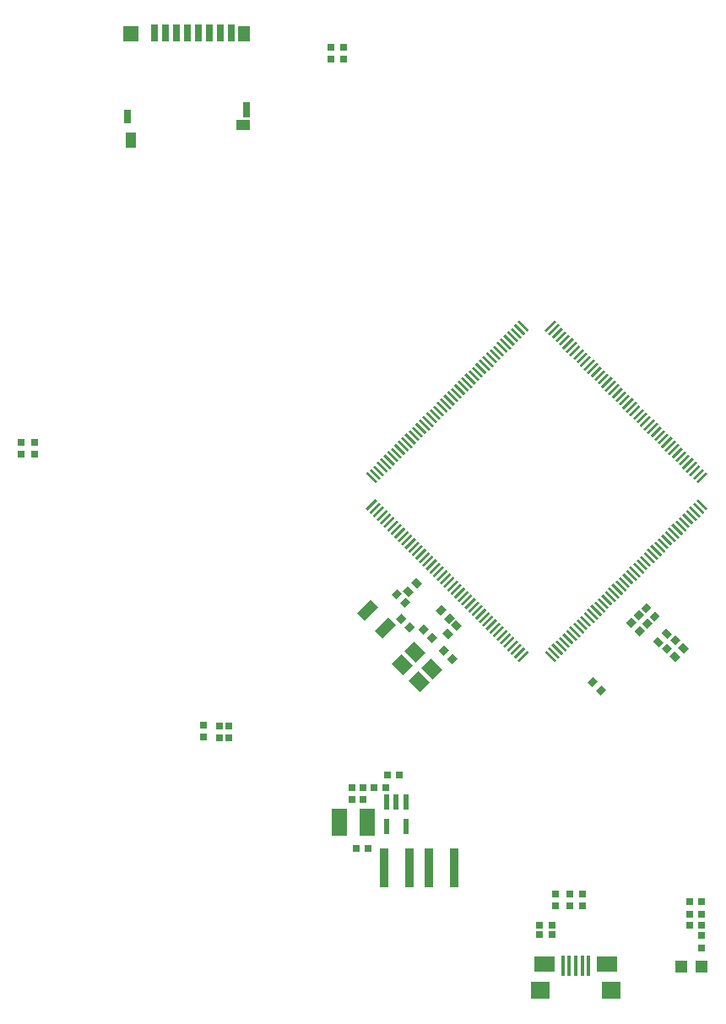
<source format=gbr>
G04 EAGLE Gerber RS-274X export*
G75*
%MOMM*%
%FSLAX34Y34*%
%LPD*%
%INSolderpaste Top*%
%IPPOS*%
%AMOC8*
5,1,8,0,0,1.08239X$1,22.5*%
G01*
%ADD10R,0.800000X0.700000*%
%ADD11R,0.700000X0.800000*%
%ADD12R,0.400000X2.000000*%
%ADD13R,2.100000X1.600000*%
%ADD14R,1.900000X1.800000*%
%ADD15R,1.300000X1.300000*%
%ADD16R,0.609600X1.625600*%
%ADD17R,1.600000X2.700000*%
%ADD18R,0.900000X4.000000*%
%ADD19R,0.254000X1.371600*%
%ADD20R,1.900000X1.100000*%
%ADD21R,1.600000X1.400000*%
%ADD22R,0.700000X1.750000*%
%ADD23R,1.000000X1.550000*%
%ADD24R,1.450000X1.000000*%
%ADD25R,1.500000X1.500000*%
%ADD26R,1.300000X1.500000*%
%ADD27R,0.800000X1.400000*%
%ADD28R,0.800000X1.500000*%


D10*
X624000Y116000D03*
X624000Y104000D03*
X638000Y116000D03*
X638000Y104000D03*
X651000Y116000D03*
X651000Y104000D03*
D11*
X608000Y75000D03*
X620000Y75000D03*
X620000Y85000D03*
X608000Y85000D03*
D12*
X631000Y43750D03*
X637500Y43750D03*
X644000Y43750D03*
X650500Y43750D03*
X657000Y43750D03*
D13*
X613000Y45750D03*
X675000Y45750D03*
D14*
X608750Y19000D03*
X679250Y19000D03*
D11*
X770000Y85000D03*
X758000Y85000D03*
X770000Y108000D03*
X758000Y108000D03*
X770000Y96000D03*
X758000Y96000D03*
D15*
X749500Y43000D03*
X770500Y43000D03*
D10*
X770300Y62100D03*
X770300Y74100D03*
X296100Y284800D03*
X296100Y272800D03*
X286400Y284800D03*
X286400Y272800D03*
X271100Y285000D03*
X271100Y273000D03*
D11*
X467000Y235000D03*
X455000Y235000D03*
D16*
X473500Y208446D03*
X464000Y208446D03*
X454500Y208446D03*
X454500Y183554D03*
X473500Y183554D03*
D10*
X431000Y222500D03*
X431000Y210500D03*
X420000Y222500D03*
X420000Y210500D03*
D11*
X454000Y223000D03*
X442000Y223000D03*
X436000Y162000D03*
X424000Y162000D03*
D17*
X435000Y188000D03*
X407000Y188000D03*
D18*
X477000Y142000D03*
X452000Y142000D03*
X497000Y142000D03*
X522000Y142000D03*
D19*
G36*
X435412Y500644D02*
X433616Y502440D01*
X443314Y512138D01*
X445110Y510342D01*
X435412Y500644D01*
G37*
G36*
X438948Y497108D02*
X437152Y498904D01*
X446850Y508602D01*
X448646Y506806D01*
X438948Y497108D01*
G37*
G36*
X442483Y493573D02*
X440687Y495369D01*
X450385Y505067D01*
X452181Y503271D01*
X442483Y493573D01*
G37*
G36*
X446019Y490037D02*
X444223Y491833D01*
X453921Y501531D01*
X455717Y499735D01*
X446019Y490037D01*
G37*
G36*
X449554Y486502D02*
X447758Y488298D01*
X457456Y497996D01*
X459252Y496200D01*
X449554Y486502D01*
G37*
G36*
X453090Y482966D02*
X451294Y484762D01*
X460992Y494460D01*
X462788Y492664D01*
X453090Y482966D01*
G37*
G36*
X456625Y479431D02*
X454829Y481227D01*
X464527Y490925D01*
X466323Y489129D01*
X456625Y479431D01*
G37*
G36*
X460161Y475895D02*
X458365Y477691D01*
X468063Y487389D01*
X469859Y485593D01*
X460161Y475895D01*
G37*
G36*
X463696Y472360D02*
X461900Y474156D01*
X471598Y483854D01*
X473394Y482058D01*
X463696Y472360D01*
G37*
G36*
X467232Y468824D02*
X465436Y470620D01*
X475134Y480318D01*
X476930Y478522D01*
X467232Y468824D01*
G37*
G36*
X470767Y465289D02*
X468971Y467085D01*
X478669Y476783D01*
X480465Y474987D01*
X470767Y465289D01*
G37*
G36*
X474303Y461753D02*
X472507Y463549D01*
X482205Y473247D01*
X484001Y471451D01*
X474303Y461753D01*
G37*
G36*
X477838Y458218D02*
X476042Y460014D01*
X485740Y469712D01*
X487536Y467916D01*
X477838Y458218D01*
G37*
G36*
X481374Y454682D02*
X479578Y456478D01*
X489276Y466176D01*
X491072Y464380D01*
X481374Y454682D01*
G37*
G36*
X484910Y451147D02*
X483114Y452943D01*
X492812Y462641D01*
X494608Y460845D01*
X484910Y451147D01*
G37*
G36*
X488445Y447611D02*
X486649Y449407D01*
X496347Y459105D01*
X498143Y457309D01*
X488445Y447611D01*
G37*
G36*
X491981Y444075D02*
X490185Y445871D01*
X499883Y455569D01*
X501679Y453773D01*
X491981Y444075D01*
G37*
G36*
X495516Y440540D02*
X493720Y442336D01*
X503418Y452034D01*
X505214Y450238D01*
X495516Y440540D01*
G37*
G36*
X499052Y437004D02*
X497256Y438800D01*
X506954Y448498D01*
X508750Y446702D01*
X499052Y437004D01*
G37*
G36*
X502587Y433469D02*
X500791Y435265D01*
X510489Y444963D01*
X512285Y443167D01*
X502587Y433469D01*
G37*
G36*
X506123Y429933D02*
X504327Y431729D01*
X514025Y441427D01*
X515821Y439631D01*
X506123Y429933D01*
G37*
G36*
X509658Y426398D02*
X507862Y428194D01*
X517560Y437892D01*
X519356Y436096D01*
X509658Y426398D01*
G37*
G36*
X513194Y422862D02*
X511398Y424658D01*
X521096Y434356D01*
X522892Y432560D01*
X513194Y422862D01*
G37*
G36*
X516729Y419327D02*
X514933Y421123D01*
X524631Y430821D01*
X526427Y429025D01*
X516729Y419327D01*
G37*
G36*
X520265Y415791D02*
X518469Y417587D01*
X528167Y427285D01*
X529963Y425489D01*
X520265Y415791D01*
G37*
G36*
X523800Y412256D02*
X522004Y414052D01*
X531702Y423750D01*
X533498Y421954D01*
X523800Y412256D01*
G37*
G36*
X527336Y408720D02*
X525540Y410516D01*
X535238Y420214D01*
X537034Y418418D01*
X527336Y408720D01*
G37*
G36*
X530871Y405185D02*
X529075Y406981D01*
X538773Y416679D01*
X540569Y414883D01*
X530871Y405185D01*
G37*
G36*
X534407Y401649D02*
X532611Y403445D01*
X542309Y413143D01*
X544105Y411347D01*
X534407Y401649D01*
G37*
G36*
X537943Y398114D02*
X536147Y399910D01*
X545845Y409608D01*
X547641Y407812D01*
X537943Y398114D01*
G37*
G36*
X541478Y394578D02*
X539682Y396374D01*
X549380Y406072D01*
X551176Y404276D01*
X541478Y394578D01*
G37*
G36*
X545014Y391042D02*
X543218Y392838D01*
X552916Y402536D01*
X554712Y400740D01*
X545014Y391042D01*
G37*
G36*
X548549Y387507D02*
X546753Y389303D01*
X556451Y399001D01*
X558247Y397205D01*
X548549Y387507D01*
G37*
G36*
X552085Y383971D02*
X550289Y385767D01*
X559987Y395465D01*
X561783Y393669D01*
X552085Y383971D01*
G37*
G36*
X555620Y380436D02*
X553824Y382232D01*
X563522Y391930D01*
X565318Y390134D01*
X555620Y380436D01*
G37*
G36*
X559156Y376900D02*
X557360Y378696D01*
X567058Y388394D01*
X568854Y386598D01*
X559156Y376900D01*
G37*
G36*
X562691Y373365D02*
X560895Y375161D01*
X570593Y384859D01*
X572389Y383063D01*
X562691Y373365D01*
G37*
G36*
X566227Y369829D02*
X564431Y371625D01*
X574129Y381323D01*
X575925Y379527D01*
X566227Y369829D01*
G37*
G36*
X569762Y366294D02*
X567966Y368090D01*
X577664Y377788D01*
X579460Y375992D01*
X569762Y366294D01*
G37*
G36*
X573298Y362758D02*
X571502Y364554D01*
X581200Y374252D01*
X582996Y372456D01*
X573298Y362758D01*
G37*
G36*
X576833Y359223D02*
X575037Y361019D01*
X584735Y370717D01*
X586531Y368921D01*
X576833Y359223D01*
G37*
G36*
X580369Y355687D02*
X578573Y357483D01*
X588271Y367181D01*
X590067Y365385D01*
X580369Y355687D01*
G37*
G36*
X583904Y352152D02*
X582108Y353948D01*
X591806Y363646D01*
X593602Y361850D01*
X583904Y352152D01*
G37*
G36*
X587440Y348616D02*
X585644Y350412D01*
X595342Y360110D01*
X597138Y358314D01*
X587440Y348616D01*
G37*
G36*
X612862Y358314D02*
X614658Y360110D01*
X624356Y350412D01*
X622560Y348616D01*
X612862Y358314D01*
G37*
G36*
X616398Y361850D02*
X618194Y363646D01*
X627892Y353948D01*
X626096Y352152D01*
X616398Y361850D01*
G37*
G36*
X619933Y365385D02*
X621729Y367181D01*
X631427Y357483D01*
X629631Y355687D01*
X619933Y365385D01*
G37*
G36*
X623469Y368921D02*
X625265Y370717D01*
X634963Y361019D01*
X633167Y359223D01*
X623469Y368921D01*
G37*
G36*
X627004Y372456D02*
X628800Y374252D01*
X638498Y364554D01*
X636702Y362758D01*
X627004Y372456D01*
G37*
G36*
X630540Y375992D02*
X632336Y377788D01*
X642034Y368090D01*
X640238Y366294D01*
X630540Y375992D01*
G37*
G36*
X634075Y379527D02*
X635871Y381323D01*
X645569Y371625D01*
X643773Y369829D01*
X634075Y379527D01*
G37*
G36*
X637611Y383063D02*
X639407Y384859D01*
X649105Y375161D01*
X647309Y373365D01*
X637611Y383063D01*
G37*
G36*
X641146Y386598D02*
X642942Y388394D01*
X652640Y378696D01*
X650844Y376900D01*
X641146Y386598D01*
G37*
G36*
X644682Y390134D02*
X646478Y391930D01*
X656176Y382232D01*
X654380Y380436D01*
X644682Y390134D01*
G37*
G36*
X648217Y393669D02*
X650013Y395465D01*
X659711Y385767D01*
X657915Y383971D01*
X648217Y393669D01*
G37*
G36*
X651753Y397205D02*
X653549Y399001D01*
X663247Y389303D01*
X661451Y387507D01*
X651753Y397205D01*
G37*
G36*
X655288Y400740D02*
X657084Y402536D01*
X666782Y392838D01*
X664986Y391042D01*
X655288Y400740D01*
G37*
G36*
X658824Y404276D02*
X660620Y406072D01*
X670318Y396374D01*
X668522Y394578D01*
X658824Y404276D01*
G37*
G36*
X662359Y407812D02*
X664155Y409608D01*
X673853Y399910D01*
X672057Y398114D01*
X662359Y407812D01*
G37*
G36*
X665895Y411347D02*
X667691Y413143D01*
X677389Y403445D01*
X675593Y401649D01*
X665895Y411347D01*
G37*
G36*
X669431Y414883D02*
X671227Y416679D01*
X680925Y406981D01*
X679129Y405185D01*
X669431Y414883D01*
G37*
G36*
X672966Y418418D02*
X674762Y420214D01*
X684460Y410516D01*
X682664Y408720D01*
X672966Y418418D01*
G37*
G36*
X676502Y421954D02*
X678298Y423750D01*
X687996Y414052D01*
X686200Y412256D01*
X676502Y421954D01*
G37*
G36*
X680037Y425489D02*
X681833Y427285D01*
X691531Y417587D01*
X689735Y415791D01*
X680037Y425489D01*
G37*
G36*
X683573Y429025D02*
X685369Y430821D01*
X695067Y421123D01*
X693271Y419327D01*
X683573Y429025D01*
G37*
G36*
X687108Y432560D02*
X688904Y434356D01*
X698602Y424658D01*
X696806Y422862D01*
X687108Y432560D01*
G37*
G36*
X690644Y436096D02*
X692440Y437892D01*
X702138Y428194D01*
X700342Y426398D01*
X690644Y436096D01*
G37*
G36*
X694179Y439631D02*
X695975Y441427D01*
X705673Y431729D01*
X703877Y429933D01*
X694179Y439631D01*
G37*
G36*
X697715Y443167D02*
X699511Y444963D01*
X709209Y435265D01*
X707413Y433469D01*
X697715Y443167D01*
G37*
G36*
X701250Y446702D02*
X703046Y448498D01*
X712744Y438800D01*
X710948Y437004D01*
X701250Y446702D01*
G37*
G36*
X704786Y450238D02*
X706582Y452034D01*
X716280Y442336D01*
X714484Y440540D01*
X704786Y450238D01*
G37*
G36*
X708321Y453773D02*
X710117Y455569D01*
X719815Y445871D01*
X718019Y444075D01*
X708321Y453773D01*
G37*
G36*
X711857Y457309D02*
X713653Y459105D01*
X723351Y449407D01*
X721555Y447611D01*
X711857Y457309D01*
G37*
G36*
X715392Y460845D02*
X717188Y462641D01*
X726886Y452943D01*
X725090Y451147D01*
X715392Y460845D01*
G37*
G36*
X718928Y464380D02*
X720724Y466176D01*
X730422Y456478D01*
X728626Y454682D01*
X718928Y464380D01*
G37*
G36*
X722464Y467916D02*
X724260Y469712D01*
X733958Y460014D01*
X732162Y458218D01*
X722464Y467916D01*
G37*
G36*
X725999Y471451D02*
X727795Y473247D01*
X737493Y463549D01*
X735697Y461753D01*
X725999Y471451D01*
G37*
G36*
X729535Y474987D02*
X731331Y476783D01*
X741029Y467085D01*
X739233Y465289D01*
X729535Y474987D01*
G37*
G36*
X733070Y478522D02*
X734866Y480318D01*
X744564Y470620D01*
X742768Y468824D01*
X733070Y478522D01*
G37*
G36*
X736606Y482058D02*
X738402Y483854D01*
X748100Y474156D01*
X746304Y472360D01*
X736606Y482058D01*
G37*
G36*
X740141Y485593D02*
X741937Y487389D01*
X751635Y477691D01*
X749839Y475895D01*
X740141Y485593D01*
G37*
G36*
X743677Y489129D02*
X745473Y490925D01*
X755171Y481227D01*
X753375Y479431D01*
X743677Y489129D01*
G37*
G36*
X747212Y492664D02*
X749008Y494460D01*
X758706Y484762D01*
X756910Y482966D01*
X747212Y492664D01*
G37*
G36*
X750748Y496200D02*
X752544Y497996D01*
X762242Y488298D01*
X760446Y486502D01*
X750748Y496200D01*
G37*
G36*
X754283Y499735D02*
X756079Y501531D01*
X765777Y491833D01*
X763981Y490037D01*
X754283Y499735D01*
G37*
G36*
X757819Y503271D02*
X759615Y505067D01*
X769313Y495369D01*
X767517Y493573D01*
X757819Y503271D01*
G37*
G36*
X761354Y506806D02*
X763150Y508602D01*
X772848Y498904D01*
X771052Y497108D01*
X761354Y506806D01*
G37*
G36*
X764890Y510342D02*
X766686Y512138D01*
X776384Y502440D01*
X774588Y500644D01*
X764890Y510342D01*
G37*
G36*
X766686Y527862D02*
X764890Y529658D01*
X774588Y539356D01*
X776384Y537560D01*
X766686Y527862D01*
G37*
G36*
X763150Y531398D02*
X761354Y533194D01*
X771052Y542892D01*
X772848Y541096D01*
X763150Y531398D01*
G37*
G36*
X759615Y534933D02*
X757819Y536729D01*
X767517Y546427D01*
X769313Y544631D01*
X759615Y534933D01*
G37*
G36*
X756079Y538469D02*
X754283Y540265D01*
X763981Y549963D01*
X765777Y548167D01*
X756079Y538469D01*
G37*
G36*
X752544Y542004D02*
X750748Y543800D01*
X760446Y553498D01*
X762242Y551702D01*
X752544Y542004D01*
G37*
G36*
X749008Y545540D02*
X747212Y547336D01*
X756910Y557034D01*
X758706Y555238D01*
X749008Y545540D01*
G37*
G36*
X745473Y549075D02*
X743677Y550871D01*
X753375Y560569D01*
X755171Y558773D01*
X745473Y549075D01*
G37*
G36*
X741937Y552611D02*
X740141Y554407D01*
X749839Y564105D01*
X751635Y562309D01*
X741937Y552611D01*
G37*
G36*
X738402Y556146D02*
X736606Y557942D01*
X746304Y567640D01*
X748100Y565844D01*
X738402Y556146D01*
G37*
G36*
X734866Y559682D02*
X733070Y561478D01*
X742768Y571176D01*
X744564Y569380D01*
X734866Y559682D01*
G37*
G36*
X731331Y563217D02*
X729535Y565013D01*
X739233Y574711D01*
X741029Y572915D01*
X731331Y563217D01*
G37*
G36*
X727795Y566753D02*
X725999Y568549D01*
X735697Y578247D01*
X737493Y576451D01*
X727795Y566753D01*
G37*
G36*
X724260Y570288D02*
X722464Y572084D01*
X732162Y581782D01*
X733958Y579986D01*
X724260Y570288D01*
G37*
G36*
X720724Y573824D02*
X718928Y575620D01*
X728626Y585318D01*
X730422Y583522D01*
X720724Y573824D01*
G37*
G36*
X717188Y577359D02*
X715392Y579155D01*
X725090Y588853D01*
X726886Y587057D01*
X717188Y577359D01*
G37*
G36*
X713653Y580895D02*
X711857Y582691D01*
X721555Y592389D01*
X723351Y590593D01*
X713653Y580895D01*
G37*
G36*
X710117Y584431D02*
X708321Y586227D01*
X718019Y595925D01*
X719815Y594129D01*
X710117Y584431D01*
G37*
G36*
X706582Y587966D02*
X704786Y589762D01*
X714484Y599460D01*
X716280Y597664D01*
X706582Y587966D01*
G37*
G36*
X703046Y591502D02*
X701250Y593298D01*
X710948Y602996D01*
X712744Y601200D01*
X703046Y591502D01*
G37*
G36*
X699511Y595037D02*
X697715Y596833D01*
X707413Y606531D01*
X709209Y604735D01*
X699511Y595037D01*
G37*
G36*
X695975Y598573D02*
X694179Y600369D01*
X703877Y610067D01*
X705673Y608271D01*
X695975Y598573D01*
G37*
G36*
X692440Y602108D02*
X690644Y603904D01*
X700342Y613602D01*
X702138Y611806D01*
X692440Y602108D01*
G37*
G36*
X688904Y605644D02*
X687108Y607440D01*
X696806Y617138D01*
X698602Y615342D01*
X688904Y605644D01*
G37*
G36*
X685369Y609179D02*
X683573Y610975D01*
X693271Y620673D01*
X695067Y618877D01*
X685369Y609179D01*
G37*
G36*
X681833Y612715D02*
X680037Y614511D01*
X689735Y624209D01*
X691531Y622413D01*
X681833Y612715D01*
G37*
G36*
X678298Y616250D02*
X676502Y618046D01*
X686200Y627744D01*
X687996Y625948D01*
X678298Y616250D01*
G37*
G36*
X674762Y619786D02*
X672966Y621582D01*
X682664Y631280D01*
X684460Y629484D01*
X674762Y619786D01*
G37*
G36*
X671227Y623321D02*
X669431Y625117D01*
X679129Y634815D01*
X680925Y633019D01*
X671227Y623321D01*
G37*
G36*
X667691Y626857D02*
X665895Y628653D01*
X675593Y638351D01*
X677389Y636555D01*
X667691Y626857D01*
G37*
G36*
X664155Y630392D02*
X662359Y632188D01*
X672057Y641886D01*
X673853Y640090D01*
X664155Y630392D01*
G37*
G36*
X660620Y633928D02*
X658824Y635724D01*
X668522Y645422D01*
X670318Y643626D01*
X660620Y633928D01*
G37*
G36*
X657084Y637464D02*
X655288Y639260D01*
X664986Y648958D01*
X666782Y647162D01*
X657084Y637464D01*
G37*
G36*
X653549Y640999D02*
X651753Y642795D01*
X661451Y652493D01*
X663247Y650697D01*
X653549Y640999D01*
G37*
G36*
X650013Y644535D02*
X648217Y646331D01*
X657915Y656029D01*
X659711Y654233D01*
X650013Y644535D01*
G37*
G36*
X646478Y648070D02*
X644682Y649866D01*
X654380Y659564D01*
X656176Y657768D01*
X646478Y648070D01*
G37*
G36*
X642942Y651606D02*
X641146Y653402D01*
X650844Y663100D01*
X652640Y661304D01*
X642942Y651606D01*
G37*
G36*
X639407Y655141D02*
X637611Y656937D01*
X647309Y666635D01*
X649105Y664839D01*
X639407Y655141D01*
G37*
G36*
X635871Y658677D02*
X634075Y660473D01*
X643773Y670171D01*
X645569Y668375D01*
X635871Y658677D01*
G37*
G36*
X632336Y662212D02*
X630540Y664008D01*
X640238Y673706D01*
X642034Y671910D01*
X632336Y662212D01*
G37*
G36*
X628800Y665748D02*
X627004Y667544D01*
X636702Y677242D01*
X638498Y675446D01*
X628800Y665748D01*
G37*
G36*
X625265Y669283D02*
X623469Y671079D01*
X633167Y680777D01*
X634963Y678981D01*
X625265Y669283D01*
G37*
G36*
X621729Y672819D02*
X619933Y674615D01*
X629631Y684313D01*
X631427Y682517D01*
X621729Y672819D01*
G37*
G36*
X618194Y676354D02*
X616398Y678150D01*
X626096Y687848D01*
X627892Y686052D01*
X618194Y676354D01*
G37*
G36*
X614658Y679890D02*
X612862Y681686D01*
X622560Y691384D01*
X624356Y689588D01*
X614658Y679890D01*
G37*
G36*
X585644Y689588D02*
X587440Y691384D01*
X597138Y681686D01*
X595342Y679890D01*
X585644Y689588D01*
G37*
G36*
X582108Y686052D02*
X583904Y687848D01*
X593602Y678150D01*
X591806Y676354D01*
X582108Y686052D01*
G37*
G36*
X578573Y682517D02*
X580369Y684313D01*
X590067Y674615D01*
X588271Y672819D01*
X578573Y682517D01*
G37*
G36*
X575037Y678981D02*
X576833Y680777D01*
X586531Y671079D01*
X584735Y669283D01*
X575037Y678981D01*
G37*
G36*
X571502Y675446D02*
X573298Y677242D01*
X582996Y667544D01*
X581200Y665748D01*
X571502Y675446D01*
G37*
G36*
X567966Y671910D02*
X569762Y673706D01*
X579460Y664008D01*
X577664Y662212D01*
X567966Y671910D01*
G37*
G36*
X564431Y668375D02*
X566227Y670171D01*
X575925Y660473D01*
X574129Y658677D01*
X564431Y668375D01*
G37*
G36*
X560895Y664839D02*
X562691Y666635D01*
X572389Y656937D01*
X570593Y655141D01*
X560895Y664839D01*
G37*
G36*
X557360Y661304D02*
X559156Y663100D01*
X568854Y653402D01*
X567058Y651606D01*
X557360Y661304D01*
G37*
G36*
X553824Y657768D02*
X555620Y659564D01*
X565318Y649866D01*
X563522Y648070D01*
X553824Y657768D01*
G37*
G36*
X550289Y654233D02*
X552085Y656029D01*
X561783Y646331D01*
X559987Y644535D01*
X550289Y654233D01*
G37*
G36*
X546753Y650697D02*
X548549Y652493D01*
X558247Y642795D01*
X556451Y640999D01*
X546753Y650697D01*
G37*
G36*
X543218Y647162D02*
X545014Y648958D01*
X554712Y639260D01*
X552916Y637464D01*
X543218Y647162D01*
G37*
G36*
X539682Y643626D02*
X541478Y645422D01*
X551176Y635724D01*
X549380Y633928D01*
X539682Y643626D01*
G37*
G36*
X536147Y640090D02*
X537943Y641886D01*
X547641Y632188D01*
X545845Y630392D01*
X536147Y640090D01*
G37*
G36*
X532611Y636555D02*
X534407Y638351D01*
X544105Y628653D01*
X542309Y626857D01*
X532611Y636555D01*
G37*
G36*
X529075Y633019D02*
X530871Y634815D01*
X540569Y625117D01*
X538773Y623321D01*
X529075Y633019D01*
G37*
G36*
X525540Y629484D02*
X527336Y631280D01*
X537034Y621582D01*
X535238Y619786D01*
X525540Y629484D01*
G37*
G36*
X522004Y625948D02*
X523800Y627744D01*
X533498Y618046D01*
X531702Y616250D01*
X522004Y625948D01*
G37*
G36*
X518469Y622413D02*
X520265Y624209D01*
X529963Y614511D01*
X528167Y612715D01*
X518469Y622413D01*
G37*
G36*
X514933Y618877D02*
X516729Y620673D01*
X526427Y610975D01*
X524631Y609179D01*
X514933Y618877D01*
G37*
G36*
X511398Y615342D02*
X513194Y617138D01*
X522892Y607440D01*
X521096Y605644D01*
X511398Y615342D01*
G37*
G36*
X507862Y611806D02*
X509658Y613602D01*
X519356Y603904D01*
X517560Y602108D01*
X507862Y611806D01*
G37*
G36*
X504327Y608271D02*
X506123Y610067D01*
X515821Y600369D01*
X514025Y598573D01*
X504327Y608271D01*
G37*
G36*
X500791Y604735D02*
X502587Y606531D01*
X512285Y596833D01*
X510489Y595037D01*
X500791Y604735D01*
G37*
G36*
X497256Y601200D02*
X499052Y602996D01*
X508750Y593298D01*
X506954Y591502D01*
X497256Y601200D01*
G37*
G36*
X493720Y597664D02*
X495516Y599460D01*
X505214Y589762D01*
X503418Y587966D01*
X493720Y597664D01*
G37*
G36*
X490185Y594129D02*
X491981Y595925D01*
X501679Y586227D01*
X499883Y584431D01*
X490185Y594129D01*
G37*
G36*
X486649Y590593D02*
X488445Y592389D01*
X498143Y582691D01*
X496347Y580895D01*
X486649Y590593D01*
G37*
G36*
X483114Y587057D02*
X484910Y588853D01*
X494608Y579155D01*
X492812Y577359D01*
X483114Y587057D01*
G37*
G36*
X479578Y583522D02*
X481374Y585318D01*
X491072Y575620D01*
X489276Y573824D01*
X479578Y583522D01*
G37*
G36*
X476042Y579986D02*
X477838Y581782D01*
X487536Y572084D01*
X485740Y570288D01*
X476042Y579986D01*
G37*
G36*
X472507Y576451D02*
X474303Y578247D01*
X484001Y568549D01*
X482205Y566753D01*
X472507Y576451D01*
G37*
G36*
X468971Y572915D02*
X470767Y574711D01*
X480465Y565013D01*
X478669Y563217D01*
X468971Y572915D01*
G37*
G36*
X465436Y569380D02*
X467232Y571176D01*
X476930Y561478D01*
X475134Y559682D01*
X465436Y569380D01*
G37*
G36*
X461900Y565844D02*
X463696Y567640D01*
X473394Y557942D01*
X471598Y556146D01*
X461900Y565844D01*
G37*
G36*
X458365Y562309D02*
X460161Y564105D01*
X469859Y554407D01*
X468063Y552611D01*
X458365Y562309D01*
G37*
G36*
X454829Y558773D02*
X456625Y560569D01*
X466323Y550871D01*
X464527Y549075D01*
X454829Y558773D01*
G37*
G36*
X451294Y555238D02*
X453090Y557034D01*
X462788Y547336D01*
X460992Y545540D01*
X451294Y555238D01*
G37*
G36*
X447758Y551702D02*
X449554Y553498D01*
X459252Y543800D01*
X457456Y542004D01*
X447758Y551702D01*
G37*
G36*
X444223Y548167D02*
X446019Y549963D01*
X455717Y540265D01*
X453921Y538469D01*
X444223Y548167D01*
G37*
G36*
X440687Y544631D02*
X442483Y546427D01*
X452181Y536729D01*
X450385Y534933D01*
X440687Y544631D01*
G37*
G36*
X437152Y541096D02*
X438948Y542892D01*
X448646Y533194D01*
X446850Y531398D01*
X437152Y541096D01*
G37*
G36*
X433616Y537560D02*
X435412Y539356D01*
X445110Y529658D01*
X443314Y527862D01*
X433616Y537560D01*
G37*
D10*
G36*
X705097Y388589D02*
X699441Y382933D01*
X694491Y387883D01*
X700147Y393539D01*
X705097Y388589D01*
G37*
G36*
X713582Y380104D02*
X707926Y374448D01*
X702976Y379398D01*
X708632Y385054D01*
X713582Y380104D01*
G37*
G36*
X484871Y422671D02*
X479215Y428327D01*
X484165Y433277D01*
X489821Y427621D01*
X484871Y422671D01*
G37*
G36*
X476386Y414186D02*
X470730Y419842D01*
X475680Y424792D01*
X481336Y419136D01*
X476386Y414186D01*
G37*
G36*
X467773Y407826D02*
X473429Y413482D01*
X478379Y408532D01*
X472723Y402876D01*
X467773Y407826D01*
G37*
G36*
X459288Y416311D02*
X464944Y421967D01*
X469894Y417017D01*
X464238Y411361D01*
X459288Y416311D01*
G37*
G36*
X474308Y392256D02*
X468652Y386600D01*
X463702Y391550D01*
X469358Y397206D01*
X474308Y392256D01*
G37*
G36*
X482794Y383770D02*
X477138Y378114D01*
X472188Y383064D01*
X477844Y388720D01*
X482794Y383770D01*
G37*
D20*
G36*
X445840Y403651D02*
X432406Y390217D01*
X424628Y397995D01*
X438062Y411429D01*
X445840Y403651D01*
G37*
G36*
X463517Y385973D02*
X450083Y372539D01*
X442305Y380317D01*
X455739Y393751D01*
X463517Y385973D01*
G37*
D21*
G36*
X483670Y348144D02*
X472357Y359457D01*
X482256Y369356D01*
X493569Y358043D01*
X483670Y348144D01*
G37*
G36*
X470942Y335416D02*
X459629Y346729D01*
X469528Y356628D01*
X480841Y345315D01*
X470942Y335416D01*
G37*
G36*
X487913Y318446D02*
X476600Y329759D01*
X486499Y339658D01*
X497812Y328345D01*
X487913Y318446D01*
G37*
G36*
X500641Y331174D02*
X489328Y342487D01*
X499227Y352386D01*
X510540Y341073D01*
X500641Y331174D01*
G37*
D10*
G36*
X494681Y372420D02*
X500337Y378076D01*
X505287Y373126D01*
X499631Y367470D01*
X494681Y372420D01*
G37*
G36*
X486196Y380905D02*
X491852Y386561D01*
X496802Y381611D01*
X491146Y375955D01*
X486196Y380905D01*
G37*
G36*
X517227Y360603D02*
X511571Y354947D01*
X506621Y359897D01*
X512277Y365553D01*
X517227Y360603D01*
G37*
G36*
X525712Y352117D02*
X520056Y346461D01*
X515106Y351411D01*
X520762Y357067D01*
X525712Y352117D01*
G37*
G36*
X717689Y394025D02*
X723345Y399681D01*
X728295Y394731D01*
X722639Y389075D01*
X717689Y394025D01*
G37*
G36*
X709204Y402510D02*
X714860Y408166D01*
X719810Y403216D01*
X714154Y397560D01*
X709204Y402510D01*
G37*
G36*
X710775Y387110D02*
X716431Y392766D01*
X721381Y387816D01*
X715725Y382160D01*
X710775Y387110D01*
G37*
G36*
X702289Y395596D02*
X707945Y401252D01*
X712895Y396302D01*
X707239Y390646D01*
X702289Y395596D01*
G37*
G36*
X744336Y365282D02*
X738680Y370938D01*
X743630Y375888D01*
X749286Y370232D01*
X744336Y365282D01*
G37*
G36*
X735850Y356797D02*
X730194Y362453D01*
X735144Y367403D01*
X740800Y361747D01*
X735850Y356797D01*
G37*
G36*
X735771Y371927D02*
X730115Y377583D01*
X735065Y382533D01*
X740721Y376877D01*
X735771Y371927D01*
G37*
G36*
X727285Y363442D02*
X721629Y369098D01*
X726579Y374048D01*
X732235Y368392D01*
X727285Y363442D01*
G37*
G36*
X514128Y401206D02*
X508472Y395550D01*
X503522Y400500D01*
X509178Y406156D01*
X514128Y401206D01*
G37*
G36*
X522613Y392721D02*
X516957Y387065D01*
X512007Y392015D01*
X517663Y397671D01*
X522613Y392721D01*
G37*
G36*
X743050Y359451D02*
X748706Y353795D01*
X743756Y348845D01*
X738100Y354501D01*
X743050Y359451D01*
G37*
G36*
X751535Y367936D02*
X757191Y362280D01*
X752241Y357330D01*
X746585Y362986D01*
X751535Y367936D01*
G37*
G36*
X515590Y382620D02*
X521246Y376964D01*
X516296Y372014D01*
X510640Y377670D01*
X515590Y382620D01*
G37*
G36*
X524075Y391106D02*
X529731Y385450D01*
X524781Y380500D01*
X519125Y386156D01*
X524075Y391106D01*
G37*
G36*
X664054Y319768D02*
X669710Y325424D01*
X674660Y320474D01*
X669004Y314818D01*
X664054Y319768D01*
G37*
G36*
X655569Y328254D02*
X661225Y333910D01*
X666175Y328960D01*
X660519Y323304D01*
X655569Y328254D01*
G37*
X398525Y965177D03*
X398525Y953177D03*
X411313Y965153D03*
X411313Y953153D03*
X88000Y557000D03*
X88000Y569000D03*
X101000Y557000D03*
X101000Y569000D03*
D22*
X222000Y979750D03*
X233000Y979750D03*
X244000Y979750D03*
X255000Y979750D03*
X266000Y979750D03*
X277000Y979750D03*
X288000Y979750D03*
X299000Y979750D03*
D23*
X198250Y871750D03*
D24*
X310250Y887500D03*
D25*
X197500Y978500D03*
D26*
X311000Y978500D03*
D27*
X194250Y896000D03*
D28*
X313500Y902500D03*
M02*

</source>
